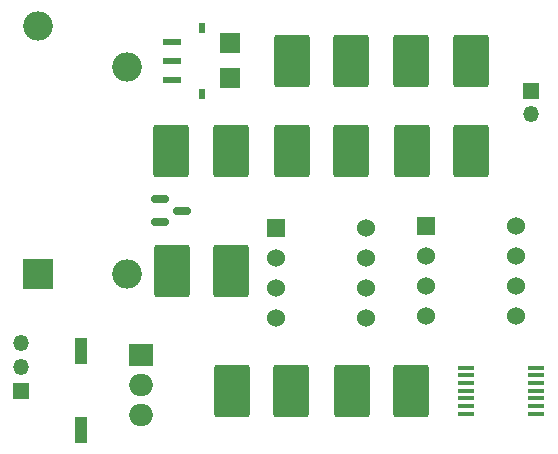
<source format=gbr>
%TF.GenerationSoftware,KiCad,Pcbnew,6.0.2+dfsg-1*%
%TF.CreationDate,2023-03-19T16:54:37+01:00*%
%TF.ProjectId,recruitment,72656372-7569-4746-9d65-6e742e6b6963,rev?*%
%TF.SameCoordinates,Original*%
%TF.FileFunction,Soldermask,Top*%
%TF.FilePolarity,Negative*%
%FSLAX46Y46*%
G04 Gerber Fmt 4.6, Leading zero omitted, Abs format (unit mm)*
G04 Created by KiCad (PCBNEW 6.0.2+dfsg-1) date 2023-03-19 16:54:37*
%MOMM*%
%LPD*%
G01*
G04 APERTURE LIST*
G04 Aperture macros list*
%AMRoundRect*
0 Rectangle with rounded corners*
0 $1 Rounding radius*
0 $2 $3 $4 $5 $6 $7 $8 $9 X,Y pos of 4 corners*
0 Add a 4 corners polygon primitive as box body*
4,1,4,$2,$3,$4,$5,$6,$7,$8,$9,$2,$3,0*
0 Add four circle primitives for the rounded corners*
1,1,$1+$1,$2,$3*
1,1,$1+$1,$4,$5*
1,1,$1+$1,$6,$7*
1,1,$1+$1,$8,$9*
0 Add four rect primitives between the rounded corners*
20,1,$1+$1,$2,$3,$4,$5,0*
20,1,$1+$1,$4,$5,$6,$7,0*
20,1,$1+$1,$6,$7,$8,$9,0*
20,1,$1+$1,$8,$9,$2,$3,0*%
G04 Aperture macros list end*
%ADD10RoundRect,0.250001X-1.262499X-1.974999X1.262499X-1.974999X1.262499X1.974999X-1.262499X1.974999X0*%
%ADD11R,1.350000X1.350000*%
%ADD12O,1.350000X1.350000*%
%ADD13RoundRect,0.150000X-0.587500X-0.150000X0.587500X-0.150000X0.587500X0.150000X-0.587500X0.150000X0*%
%ADD14R,1.600000X0.500000*%
%ADD15R,0.600000X0.900000*%
%ADD16R,1.700000X1.800000*%
%ADD17R,1.524000X1.524000*%
%ADD18C,1.524000*%
%ADD19R,2.000000X1.905000*%
%ADD20O,2.000000X1.905000*%
%ADD21R,1.409700X0.355600*%
%ADD22R,1.120000X2.160000*%
%ADD23R,2.500000X2.500000*%
%ADD24O,2.500000X2.500000*%
G04 APERTURE END LIST*
D10*
%TO.C,Rload2*%
X144835000Y-88900000D03*
X149860000Y-88900000D03*
%TD*%
%TO.C,Rhall2*%
X134647500Y-88900000D03*
X139672500Y-88900000D03*
%TD*%
D11*
%TO.C,LoadConnect1*%
X154940000Y-83820000D03*
D12*
X154940000Y-85820000D03*
%TD*%
D13*
%TO.C,Q1*%
X123522500Y-93030000D03*
X123522500Y-94930000D03*
X125397500Y-93980000D03*
%TD*%
D11*
%TO.C,SupplyConnect1*%
X111760000Y-109220000D03*
D12*
X111760000Y-107220000D03*
X111760000Y-105220000D03*
%TD*%
D10*
%TO.C,Rref2*%
X139727500Y-109220000D03*
X144752500Y-109220000D03*
%TD*%
D14*
%TO.C,HallSensor1*%
X124550000Y-79680000D03*
X124550000Y-81280000D03*
X124550000Y-82880000D03*
D15*
X127050000Y-84080000D03*
D16*
X129400000Y-82780000D03*
X129400000Y-79780000D03*
D15*
X127050000Y-78480000D03*
%TD*%
D17*
%TO.C,multiplier1*%
X146050000Y-95250000D03*
D18*
X146050000Y-97790000D03*
X146050000Y-100330000D03*
X146050000Y-102870000D03*
X153670000Y-102870000D03*
X153670000Y-100330000D03*
X153670000Y-97790000D03*
X153670000Y-95250000D03*
%TD*%
D19*
%TO.C,regolator1*%
X121920000Y-106181300D03*
D20*
X121920000Y-108721300D03*
X121920000Y-111261300D03*
%TD*%
D10*
%TO.C,Rref1*%
X129567500Y-109220000D03*
X134592500Y-109220000D03*
%TD*%
%TO.C,Rhall1*%
X134647500Y-81280000D03*
X139672500Y-81280000D03*
%TD*%
D21*
%TO.C,flipflop1*%
X149447250Y-107269999D03*
X149447250Y-107920000D03*
X149447250Y-108570001D03*
X149447250Y-109220000D03*
X149447250Y-109869999D03*
X149447250Y-110520000D03*
X149447250Y-111169999D03*
X155352750Y-111170001D03*
X155352750Y-110520000D03*
X155352750Y-109870001D03*
X155352750Y-109220000D03*
X155352750Y-108570001D03*
X155352750Y-107920000D03*
X155352750Y-107270001D03*
%TD*%
D10*
%TO.C,Rload1*%
X144780000Y-81280000D03*
X149805000Y-81280000D03*
%TD*%
D22*
%TO.C,SW1*%
X116840000Y-112585000D03*
X116840000Y-105855000D03*
%TD*%
D17*
%TO.C,Comparator1*%
X133350000Y-95419500D03*
D18*
X133350000Y-97959500D03*
X133350000Y-100499500D03*
X133350000Y-103039500D03*
X140970000Y-103039500D03*
X140970000Y-100499500D03*
X140970000Y-97959500D03*
X140970000Y-95419500D03*
%TD*%
D10*
%TO.C,Rrelay2*%
X124460000Y-88900000D03*
X129485000Y-88900000D03*
%TD*%
%TO.C,Rrelay1*%
X124487500Y-99060000D03*
X129512500Y-99060000D03*
%TD*%
D23*
%TO.C,Relay1*%
X113182500Y-99307500D03*
D24*
X113182500Y-78307500D03*
X120682500Y-81807500D03*
X120682500Y-99307500D03*
%TD*%
M02*

</source>
